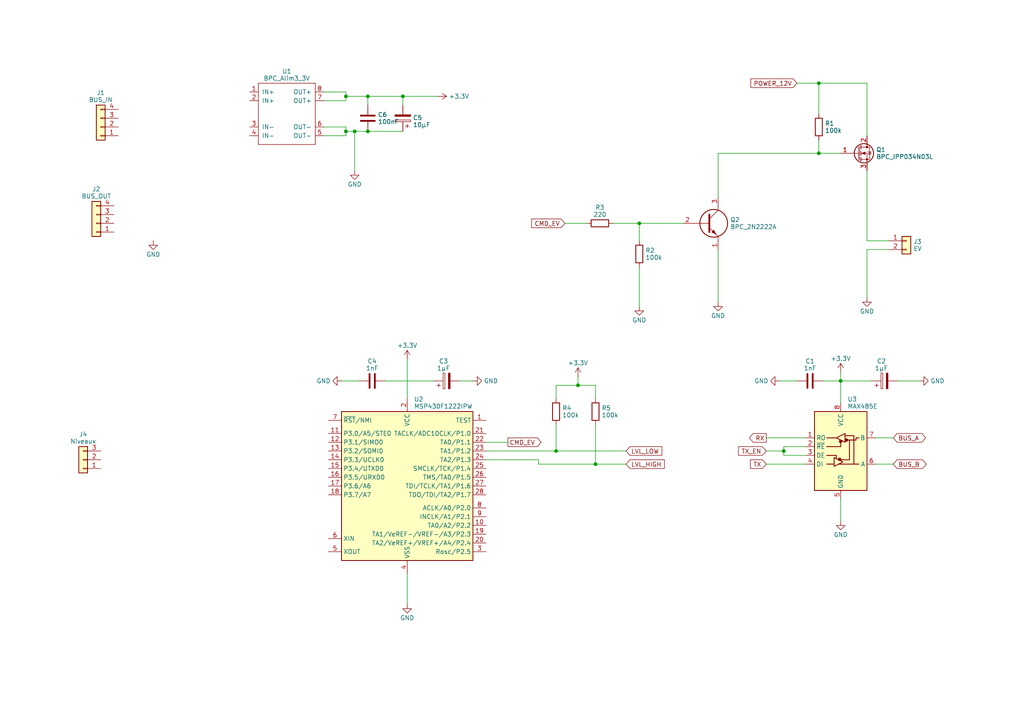
<source format=kicad_sch>
(kicad_sch (version 20230121) (generator eeschema)
  (paper "A4")
  (lib_symbols
    (symbol "Connector_Generic:Conn_01x02" (pin_names (offset 1.016) hide)
      (property "Reference" "J" (at 0 2.54 0))
      (property "Value" "Conn_01x02" (at 0 -5.08 0))
      (symbol "Conn_01x02_1_1"
        (rectangle (start -1.27 -2.413) (end 0 -2.667) (stroke (width 0.1524)))
        (rectangle (start -1.27 0.127) (end 0 -0.127) (stroke (width 0.1524)))
        (rectangle (start -1.27 1.27) (end 1.27 -3.81) (stroke (width 0.254)) (fill (type background)))
        (pin passive line (at -5.08 0 0) (length 3.81) (name "Pin_1") (number "1"))
        (pin passive line (at -5.08 -2.54 0) (length 3.81) (name "Pin_2") (number "2"))
      )
    )
    (symbol "Connector_Generic:Conn_01x03" (pin_names (offset 1.016) hide)
      (property "Reference" "J" (at 0 5.08 0))
      (property "Value" "Conn_01x03" (at 0 -5.08 0))
      (symbol "Conn_01x03_1_1"
        (rectangle (start -1.27 -2.413) (end 0 -2.667) (stroke (width 0.1524)))
        (rectangle (start -1.27 0.127) (end 0 -0.127) (stroke (width 0.1524)))
        (rectangle (start -1.27 2.667) (end 0 2.413) (stroke (width 0.1524)))
        (rectangle (start -1.27 3.81) (end 1.27 -3.81) (stroke (width 0.254)) (fill (type background)))
        (pin passive line (at -5.08 2.54 0) (length 3.81) (name "Pin_1") (number "1"))
        (pin passive line (at -5.08 0 0) (length 3.81) (name "Pin_2") (number "2"))
        (pin passive line (at -5.08 -2.54 0) (length 3.81) (name "Pin_3") (number "3"))
      )
    )
    (symbol "Connector_Generic:Conn_01x04" (pin_names (offset 1.016) hide)
      (property "Reference" "J" (at 0 5.08 0))
      (property "Value" "Conn_01x04" (at 0 -7.62 0))
      (symbol "Conn_01x04_1_1"
        (rectangle (start -1.27 -4.953) (end 0 -5.207) (stroke (width 0.1524)))
        (rectangle (start -1.27 -2.413) (end 0 -2.667) (stroke (width 0.1524)))
        (rectangle (start -1.27 0.127) (end 0 -0.127) (stroke (width 0.1524)))
        (rectangle (start -1.27 2.667) (end 0 2.413) (stroke (width 0.1524)))
        (rectangle (start -1.27 3.81) (end 1.27 -6.35) (stroke (width 0.254)) (fill (type background)))
        (pin passive line (at -5.08 2.54 0) (length 3.81) (name "Pin_1") (number "1"))
        (pin passive line (at -5.08 0 0) (length 3.81) (name "Pin_2") (number "2"))
        (pin passive line (at -5.08 -2.54 0) (length 3.81) (name "Pin_3") (number "3"))
        (pin passive line (at -5.08 -5.08 0) (length 3.81) (name "Pin_4") (number "4"))
      )
    )
    (symbol "Device:C" (pin_numbers hide) (pin_names (offset 0.254))
      (property "Reference" "C" (at 0.635 2.54 0))
      (property "Value" "C" (at 0.635 -2.54 0))
      (symbol "C_0_1"
        (polyline (pts (xy -2.032 -0.762) (xy 2.032 -0.762)) (stroke (width 0.508)))
        (polyline (pts (xy -2.032 0.762) (xy 2.032 0.762)) (stroke (width 0.508)))
      )
      (symbol "C_1_1"
        (pin passive line (at 0 3.81 270) (length 2.794) (name "~") (number "1"))
        (pin passive line (at 0 -3.81 90) (length 2.794) (name "~") (number "2"))
      )
    )
    (symbol "Device:C_Polarized" (pin_numbers hide) (pin_names (offset 0.254))
      (property "Reference" "C" (at 0.635 2.54 0))
      (property "Value" "C_Polarized" (at 0.635 -2.54 0))
      (symbol "C_Polarized_0_1"
        (rectangle (start -2.286 0.508) (end 2.286 1.016))
        (polyline (pts (xy -1.778 2.286) (xy -0.762 2.286)))
        (polyline (pts (xy -1.27 2.794) (xy -1.27 1.778)))
        (rectangle (start 2.286 -0.508) (end -2.286 -1.016) (fill (type outline)))
      )
      (symbol "C_Polarized_1_1"
        (pin passive line (at 0 3.81 270) (length 2.794) (name "~") (number "1"))
        (pin passive line (at 0 -3.81 90) (length 2.794) (name "~") (number "2"))
      )
    )
    (symbol "Device:R" (pin_numbers hide) (pin_names (offset 0))
      (property "Reference" "R" (at 2.032 0 90))
      (property "Value" "R" (at 0 0 90))
      (symbol "R_0_1"
        (rectangle (start -1.016 -2.54) (end 1.016 2.54) (stroke (width 0.254)))
      )
      (symbol "R_1_1"
        (pin passive line (at 0 3.81 270) (length 1.27) (name "~") (number "1"))
        (pin passive line (at 0 -3.81 90) (length 1.27) (name "~") (number "2"))
      )
    )
    (symbol "Interface_UART:MAX485E"
      (property "Reference" "U" (at -6.096 11.43 0))
      (property "Value" "MAX485E" (at 0.762 11.43 0))
      (symbol "MAX485E_0_1"
        (rectangle (start -7.62 10.16) (end 7.62 -12.7) (stroke (width 0.254)) (fill (type background)))
        (circle (center -0.3048 -3.683) (radius 0.3556) (stroke (width 0.254)) (fill (type outline)))
        (circle (center -0.0254 1.4986) (radius 0.3556) (stroke (width 0.254)) (fill (type outline)))
        (polyline (pts (xy -4.064 -5.08) (xy -1.905 -5.08)) (stroke (width 0.254)))
        (polyline (pts (xy -4.064 2.54) (xy -1.27 2.54)) (stroke (width 0.254)))
        (polyline (pts (xy -1.27 -3.2004) (xy -1.27 -3.4544)) (stroke (width 0.254)))
        (polyline (pts (xy -0.635 -5.08) (xy 5.334 -5.08)) (stroke (width 0.254)))
        (polyline (pts (xy -4.064 -2.54) (xy -1.27 -2.54) (xy -1.27 -3.175)) (stroke (width 0.254)))
        (polyline (pts (xy 0 1.27) (xy 0 0) (xy -4.064 0)) (stroke (width 0.254)))
        (polyline (pts (xy 1.27 3.175) (xy 3.81 3.175) (xy 3.81 -5.08)) (stroke (width 0.254)))
        (polyline (pts (xy 2.54 1.905) (xy 2.54 -3.81) (xy 0 -3.81)) (stroke (width 0.254)))
        (polyline (pts (xy -1.905 -3.175) (xy -1.905 -5.715) (xy 0.635 -4.445) (xy -1.905 -3.175)) (stroke (width 0.254)))
        (polyline (pts (xy -1.27 2.54) (xy 1.27 3.81) (xy 1.27 1.27) (xy -1.27 2.54)) (stroke (width 0.254)))
        (polyline (pts (xy 1.905 1.905) (xy 4.445 1.905) (xy 4.445 2.54) (xy 5.334 2.54)) (stroke (width 0.254)))
        (rectangle (start 1.27 3.175) (end 1.27 3.175))
        (circle (center 1.651 1.905) (radius 0.3556) (stroke (width 0.254)) (fill (type outline)))
      )
      (symbol "MAX485E_1_1"
        (pin output line (at -10.16 2.54 0) (length 2.54) (name "RO") (number "1"))
        (pin input line (at -10.16 0 0) (length 2.54) (name "~{RE}") (number "2"))
        (pin input line (at -10.16 -2.54 0) (length 2.54) (name "DE") (number "3"))
        (pin input line (at -10.16 -5.08 0) (length 2.54) (name "DI") (number "4"))
        (pin power_in line (at 0 -15.24 90) (length 2.54) (name "GND") (number "5"))
        (pin bidirectional line (at 10.16 -5.08 180) (length 2.54) (name "A") (number "6"))
        (pin bidirectional line (at 10.16 2.54 180) (length 2.54) (name "B") (number "7"))
        (pin power_in line (at 0 12.7 270) (length 2.54) (name "VCC") (number "8"))
      )
    )
    (symbol "MCU_Texas_MSP430:MSP430F1222IPW"
      (property "Reference" "U" (at -17.78 22.86 0))
      (property "Value" "MSP430F1222IPW" (at 12.7 -22.86 0))
      (symbol "MSP430F1222IPW_0_1"
        (rectangle (start -19.05 21.59) (end 19.05 -21.59) (stroke (width 0.254)) (fill (type background)))
      )
      (symbol "MSP430F1222IPW_1_1"
        (pin input line (at 22.86 19.05 180) (length 3.81) (name "TEST") (number "1"))
        (pin bidirectional line (at 22.86 -11.43 180) (length 3.81) (name "TA0/A2/P2.2") (number "10"))
        (pin bidirectional line (at -22.86 15.24 0) (length 3.81) (name "P3.0/A5/STE0") (number "11"))
        (pin bidirectional line (at -22.86 12.7 0) (length 3.81) (name "P3.1/SIMO0") (number "12"))
        (pin bidirectional line (at -22.86 10.16 0) (length 3.81) (name "P3.2/SOMI0") (number "13"))
        (pin bidirectional line (at -22.86 7.62 0) (length 3.81) (name "P3.3/UCLK0") (number "14"))
        (pin bidirectional line (at -22.86 5.08 0) (length 3.81) (name "P3.4/UTXD0") (number "15"))
        (pin bidirectional line (at -22.86 2.54 0) (length 3.81) (name "P3.5/URXD0") (number "16"))
        (pin bidirectional line (at -22.86 0 0) (length 3.81) (name "P3.6/A6") (number "17"))
        (pin bidirectional line (at -22.86 -2.54 0) (length 3.81) (name "P3.7/A7") (number "18"))
        (pin bidirectional line (at 22.86 -13.97 180) (length 3.81) (name "TA1/VeREF-/VREF-/A3/P2.3") (number "19"))
        (pin power_in line (at 0 25.4 270) (length 3.81) (name "VCC") (number "2"))
        (pin bidirectional line (at 22.86 -16.51 180) (length 3.81) (name "TA2/VeREF+/VREF+/A4/P2.4") (number "20"))
        (pin bidirectional line (at 22.86 15.24 180) (length 3.81) (name "TACLK/ADC10CLK/P1.0") (number "21"))
        (pin bidirectional line (at 22.86 12.7 180) (length 3.81) (name "TA0/P1.1") (number "22"))
        (pin bidirectional line (at 22.86 10.16 180) (length 3.81) (name "TA1/P1.2") (number "23"))
        (pin bidirectional line (at 22.86 7.62 180) (length 3.81) (name "TA2/P1.3") (number "24"))
        (pin bidirectional line (at 22.86 5.08 180) (length 3.81) (name "SMCLK/TCK/P1.4") (number "25"))
        (pin bidirectional line (at 22.86 2.54 180) (length 3.81) (name "TMS/TA0/P1.5") (number "26"))
        (pin bidirectional line (at 22.86 0 180) (length 3.81) (name "TDI/TCLK/TA1/P1.6") (number "27"))
        (pin bidirectional line (at 22.86 -2.54 180) (length 3.81) (name "TDO/TDI/TA2/P1.7") (number "28"))
        (pin bidirectional line (at 22.86 -19.05 180) (length 3.81) (name "Rosc/P2.5") (number "3"))
        (pin power_in line (at 0 -25.4 90) (length 3.81) (name "VSS") (number "4"))
        (pin output line (at -22.86 -19.05 0) (length 3.81) (name "XOUT") (number "5"))
        (pin input line (at -22.86 -15.24 0) (length 3.81) (name "XIN") (number "6"))
        (pin input line (at -22.86 19.05 0) (length 3.81) (name "~{RST}/NMI") (number "7"))
        (pin bidirectional line (at 22.86 -6.35 180) (length 3.81) (name "ACLK/A0/P2.0") (number "8"))
        (pin bidirectional line (at 22.86 -8.89 180) (length 3.81) (name "INCLK/A1/P2.1") (number "9"))
      )
    )
    (symbol "bpc:BPC_2N2222A" (pin_names (offset 0.762))
      (property "Reference" "Q" (at 13.97 1.27 0))
      (property "Value" "BPC_2N2222A" (at 13.97 -1.27 0))
      (symbol "BPC_2N2222A_0_0"
        (pin passive line (at 10.16 -7.62 90) (length 2.54) (name "~") (number "1"))
        (pin passive line (at 0 0 0) (length 2.54) (name "~") (number "2"))
        (pin passive line (at 10.16 7.62 270) (length 2.54) (name "~") (number "3"))
      )
      (symbol "BPC_2N2222A_0_1"
        (polyline (pts (xy 2.54 0) (xy 7.62 0)) (stroke (width 0.1524)))
        (polyline (pts (xy 7.62 -1.27) (xy 10.16 -3.81)) (stroke (width 0.1524)))
        (polyline (pts (xy 7.62 1.27) (xy 10.16 3.81)) (stroke (width 0.1524)))
        (polyline (pts (xy 7.62 2.54) (xy 7.62 -2.54)) (stroke (width 0.508)))
        (polyline (pts (xy 10.16 -3.81) (xy 10.16 -5.08)) (stroke (width 0.1524)))
        (polyline (pts (xy 10.16 3.81) (xy 10.16 5.08)) (stroke (width 0.1524)))
        (polyline (pts (xy 8.382 -2.54) (xy 8.89 -2.032) (xy 9.398 -3.048) (xy 8.382 -2.54)) (stroke (width 0.254)) (fill (type outline)))
        (circle (center 8.89 0) (radius 4.0132) (stroke (width 0.254)))
      )
    )
    (symbol "bpc:BPC_Alim3_3V" (pin_names (offset 1.016))
      (property "Reference" "U" (at 6.35 6.35 0))
      (property "Value" "BPC_Alim3_3V" (at 11.43 3.81 0))
      (symbol "BPC_Alim3_3V_0_1"
        (rectangle (start 0 2.54) (end 16.51 -15.24))
      )
      (symbol "BPC_Alim3_3V_1_1"
        (pin power_in line (at -2.54 0 0) (length 2.54) (name "IN+") (number "1"))
        (pin power_in line (at -2.54 -2.54 0) (length 2.54) (name "IN+") (number "2"))
        (pin power_in line (at -2.54 -10.16 0) (length 2.54) (name "IN-") (number "3"))
        (pin power_in line (at -2.54 -12.7 0) (length 2.54) (name "IN-") (number "4"))
        (pin power_out line (at 19.05 -12.7 180) (length 2.54) (name "OUT-") (number "5"))
        (pin passive line (at 19.05 -10.16 180) (length 2.54) (name "OUT-") (number "6"))
        (pin passive line (at 19.05 -2.54 180) (length 2.54) (name "OUT+") (number "7"))
        (pin power_out line (at 19.05 0 180) (length 2.54) (name "OUT+") (number "8"))
      )
    )
    (symbol "bpc:BPC_IPP034N03L" (pin_names (offset 0) hide)
      (property "Reference" "Q" (at 5.08 1.27 0))
      (property "Value" "BPC_IPP034N03L" (at 5.08 -1.27 0))
      (symbol "BPC_IPP034N03L_0_1"
        (polyline (pts (xy 0.254 0) (xy -2.54 0)))
        (polyline (pts (xy 0.254 1.905) (xy 0.254 -1.905)) (stroke (width 0.254)))
        (polyline (pts (xy 0.762 -1.27) (xy 0.762 -2.286)) (stroke (width 0.254)))
        (polyline (pts (xy 0.762 0.508) (xy 0.762 -0.508)) (stroke (width 0.254)))
        (polyline (pts (xy 0.762 2.286) (xy 0.762 1.27)) (stroke (width 0.254)))
        (polyline (pts (xy 2.54 2.54) (xy 2.54 1.778)))
        (polyline (pts (xy 2.54 -2.54) (xy 2.54 0) (xy 0.762 0)))
        (polyline (pts (xy 0.762 -1.778) (xy 3.302 -1.778) (xy 3.302 1.778) (xy 0.762 1.778)))
        (polyline (pts (xy 1.016 0) (xy 2.032 0.381) (xy 2.032 -0.381) (xy 1.016 0)) (fill (type outline)))
        (polyline (pts (xy 2.794 0.508) (xy 2.921 0.381) (xy 3.683 0.381) (xy 3.81 0.254)))
        (polyline (pts (xy 3.302 0.381) (xy 2.921 -0.254) (xy 3.683 -0.254) (xy 3.302 0.381)))
        (circle (center 1.651 0) (radius 2.794) (stroke (width 0.254)))
        (circle (center 2.54 -1.778) (radius 0.254) (fill (type outline)))
        (circle (center 2.54 1.778) (radius 0.254) (fill (type outline)))
      )
      (symbol "BPC_IPP034N03L_1_1"
        (pin input line (at -5.08 0 0) (length 2.54) (name "G") (number "1"))
        (pin passive line (at 2.54 5.08 270) (length 2.54) (name "D") (number "2"))
        (pin passive line (at 2.54 -5.08 90) (length 2.54) (name "S") (number "3"))
      )
    )
    (symbol "power:+3.3V" (power) (pin_names (offset 0))
      (property "Value" "+3.3V" (at 0 3.556 0))
      (symbol "+3.3V_0_1"
        (polyline (pts (xy -0.762 1.27) (xy 0 2.54)))
        (polyline (pts (xy 0 0) (xy 0 2.54)))
        (polyline (pts (xy 0 2.54) (xy 0.762 1.27)))
      )
      (symbol "+3.3V_1_1"
        (pin power_in line (at 0 0 90) (length 0) hide (name "+3.3V") (number "1"))
      )
    )
    (symbol "power:GND" (power) (pin_names (offset 0))
      (property "Value" "GND" (at 0 -3.81 0))
      (symbol "GND_0_1"
        (polyline (pts (xy 0 0) (xy 0 -1.27) (xy 1.27 -1.27) (xy 0 -2.54) (xy -1.27 -1.27) (xy 0 -1.27)))
      )
      (symbol "GND_1_1"
        (pin power_in line (at 0 0 270) (length 0) hide (name "GND") (number "1"))
      )
    )
  )
  (junction (at 227.33 130.81))
  (junction (at 237.49 24.13))
  (junction (at 100.33 38.1))
  (junction (at 237.49 44.45))
  (junction (at 102.87 38.1))
  (junction (at 161.29 130.81))
  (junction (at 167.64 111.76))
  (junction (at 243.84 110.49))
  (junction (at 106.68 27.94))
  (junction (at 106.68 38.1))
  (junction (at 116.84 27.94))
  (junction (at 100.33 27.94))
  (junction (at 185.42 64.77))
  (junction (at 172.72 134.62))
  (wire (pts (xy 163.83 64.77) (xy 170.18 64.77)))
  (wire (pts (xy 161.29 123.19) (xy 161.29 130.81)))
  (wire (pts (xy 161.29 130.81) (xy 181.61 130.81)))
  (wire (pts (xy 243.84 107.95) (xy 243.84 110.49)))
  (wire (pts (xy 243.84 110.49) (xy 252.73 110.49)))
  (wire (pts (xy 156.21 134.62) (xy 156.21 133.35)))
  (wire (pts (xy 251.46 72.39) (xy 251.46 86.36)))
  (wire (pts (xy 99.06 110.49) (xy 104.14 110.49)))
  (wire (pts (xy 254 134.62) (xy 259.08 134.62)))
  (wire (pts (xy 185.42 64.77) (xy 185.42 69.85)))
  (wire (pts (xy 106.68 27.94) (xy 116.84 27.94)))
  (wire (pts (xy 172.72 134.62) (xy 181.61 134.62)))
  (wire (pts (xy 243.84 144.78) (xy 243.84 151.13)))
  (wire (pts (xy 116.84 27.94) (xy 127 27.94)))
  (wire (pts (xy 172.72 123.19) (xy 172.72 134.62)))
  (wire (pts (xy 93.98 29.21) (xy 100.33 29.21)))
  (wire (pts (xy 227.33 132.08) (xy 233.68 132.08)))
  (wire (pts (xy 140.97 130.81) (xy 161.29 130.81)))
  (wire (pts (xy 222.25 134.62) (xy 233.68 134.62)))
  (wire (pts (xy 251.46 69.85) (xy 257.81 69.85)))
  (wire (pts (xy 251.46 49.53) (xy 251.46 69.85)))
  (wire (pts (xy 222.25 130.81) (xy 227.33 130.81)))
  (wire (pts (xy 226.06 110.49) (xy 231.14 110.49)))
  (wire (pts (xy 237.49 40.64) (xy 237.49 44.45)))
  (wire (pts (xy 116.84 27.94) (xy 116.84 30.48)))
  (wire (pts (xy 233.68 129.54) (xy 227.33 129.54)))
  (wire (pts (xy 208.28 72.39) (xy 208.28 87.63)))
  (wire (pts (xy 260.35 110.49) (xy 266.7 110.49)))
  (wire (pts (xy 185.42 77.47) (xy 185.42 88.9)))
  (wire (pts (xy 93.98 39.37) (xy 100.33 39.37)))
  (wire (pts (xy 251.46 24.13) (xy 251.46 39.37)))
  (wire (pts (xy 237.49 24.13) (xy 237.49 33.02)))
  (wire (pts (xy 156.21 134.62) (xy 172.72 134.62)))
  (wire (pts (xy 111.76 110.49) (xy 125.73 110.49)))
  (wire (pts (xy 118.11 166.37) (xy 118.11 175.26)))
  (wire (pts (xy 140.97 128.27) (xy 147.32 128.27)))
  (wire (pts (xy 100.33 36.83) (xy 100.33 38.1)))
  (wire (pts (xy 257.81 72.39) (xy 251.46 72.39)))
  (wire (pts (xy 227.33 129.54) (xy 227.33 130.81)))
  (wire (pts (xy 208.28 57.15) (xy 208.28 44.45)))
  (wire (pts (xy 106.68 27.94) (xy 106.68 30.48)))
  (wire (pts (xy 118.11 104.14) (xy 118.11 115.57)))
  (wire (pts (xy 93.98 26.67) (xy 100.33 26.67)))
  (wire (pts (xy 237.49 24.13) (xy 251.46 24.13)))
  (wire (pts (xy 100.33 27.94) (xy 100.33 29.21)))
  (wire (pts (xy 102.87 38.1) (xy 106.68 38.1)))
  (wire (pts (xy 156.21 133.35) (xy 140.97 133.35)))
  (wire (pts (xy 167.64 109.22) (xy 167.64 111.76)))
  (wire (pts (xy 208.28 44.45) (xy 237.49 44.45)))
  (wire (pts (xy 185.42 64.77) (xy 198.12 64.77)))
  (wire (pts (xy 172.72 111.76) (xy 172.72 115.57)))
  (wire (pts (xy 100.33 38.1) (xy 100.33 39.37)))
  (wire (pts (xy 227.33 130.81) (xy 227.33 132.08)))
  (wire (pts (xy 102.87 38.1) (xy 102.87 49.53)))
  (wire (pts (xy 100.33 27.94) (xy 106.68 27.94)))
  (wire (pts (xy 243.84 110.49) (xy 243.84 116.84)))
  (wire (pts (xy 177.8 64.77) (xy 185.42 64.77)))
  (wire (pts (xy 231.14 24.13) (xy 237.49 24.13)))
  (wire (pts (xy 106.68 38.1) (xy 116.84 38.1)))
  (wire (pts (xy 237.49 44.45) (xy 243.84 44.45)))
  (wire (pts (xy 93.98 36.83) (xy 100.33 36.83)))
  (wire (pts (xy 238.76 110.49) (xy 243.84 110.49)))
  (wire (pts (xy 100.33 26.67) (xy 100.33 27.94)))
  (wire (pts (xy 222.25 127) (xy 233.68 127)))
  (wire (pts (xy 161.29 111.76) (xy 167.64 111.76)))
  (wire (pts (xy 133.35 110.49) (xy 137.16 110.49)))
  (wire (pts (xy 161.29 115.57) (xy 161.29 111.76)))
  (wire (pts (xy 100.33 38.1) (xy 102.87 38.1)))
  (wire (pts (xy 167.64 111.76) (xy 172.72 111.76)))
  (wire (pts (xy 254 127) (xy 259.08 127)))
  (global_label "CMD_EV" (shape input) (at 163.83 64.77 180) (property "Intersheetrefs" "${INTERSHEET_REFS}" (effects hide)))
  (global_label "LVL_LOW" (shape input) (at 181.61 130.81 0) (property "Intersheetrefs" "${INTERSHEET_REFS}" (effects hide)))
  (global_label "TX_EN" (shape input) (at 222.25 130.81 180) (property "Intersheetrefs" "${INTERSHEET_REFS}" (effects hide)))
  (global_label "POWER_12V" (shape input) (at 231.14 24.13 180) (property "Intersheetrefs" "${INTERSHEET_REFS}" (effects hide)))
  (global_label "RX" (shape output) (at 222.25 127 180) (property "Intersheetrefs" "${INTERSHEET_REFS}" (effects hide)))
  (global_label "CMD_EV" (shape output) (at 147.32 128.27 0) (property "Intersheetrefs" "${INTERSHEET_REFS}" (effects hide)))
  (global_label "BUS_A" (shape tri_state) (at 259.08 127 0) (property "Intersheetrefs" "${INTERSHEET_REFS}" (effects hide)))
  (global_label "BUS_B" (shape tri_state) (at 259.08 134.62 0) (property "Intersheetrefs" "${INTERSHEET_REFS}" (effects hide)))
  (global_label "LVL_HIGH" (shape input) (at 181.61 134.62 0) (property "Intersheetrefs" "${INTERSHEET_REFS}" (effects hide)))
  (global_label "TX" (shape input) (at 222.25 134.62 180) (property "Intersheetrefs" "${INTERSHEET_REFS}" (effects hide)))
  (symbol (lib_id "power:GND") (at 251.46 86.36 0) (unit 1)
    (property "Reference" "#PWR03" (effects hide))
    (property "Value" "GND" (at 251.46 90.305 0))
  )
  (symbol (lib_id "Device:R") (at 173.99 64.77 90) (unit 1)
    (property "Reference" "R3" (at 173.99 60.174 90))
    (property "Value" "220" (at 173.99 62.222 90))
  )
  (symbol (lib_id "power:GND") (at 44.45 69.85 0) (unit 1)
    (property "Reference" "#PWR01" (effects hide))
    (property "Value" "GND" (at 44.45 73.795 0))
  )
  (symbol (lib_id "Connector_Generic:Conn_01x04") (at 29.21 36.83 180) (unit 1)
    (property "Reference" "J1" (at 29.21 26.9 0))
    (property "Value" "BUS_IN" (at 29.21 28.948 0))
  )
  (symbol (lib_id "Device:C_Polarized") (at 129.54 110.49 90) (unit 1)
    (property "Reference" "C3" (at 128.651 104.751 90))
    (property "Value" "1µF" (at 128.651 106.799 90))
  )
  (symbol (lib_id "power:GND") (at 137.16 110.49 90) (unit 1)
    (property "Reference" "#PWR012" (effects hide))
    (property "Value" "GND" (at 140.335 110.49 90) (effects (justify right)))
  )
  (symbol (lib_id "power:GND") (at 243.84 151.13 0) (unit 1)
    (property "Reference" "#PWR09" (effects hide))
    (property "Value" "GND" (at 243.84 155.075 0))
  )
  (symbol (lib_id "Interface_UART:MAX485E") (at 243.84 129.54 0) (unit 1)
    (property "Reference" "U3" (at 245.7959 115.8 0) (effects (justify left)))
    (property "Value" "MAX485E" (at 245.7959 117.848 0) (effects (justify left)))
    (property "Datasheet" "https://datasheets.maximintegrated.com/en/ds/MAX1487E-MAX491E.pdf" (effects hide))
  )
  (symbol (lib_id "power:GND") (at 226.06 110.49 270) (unit 1)
    (property "Reference" "#PWR011" (effects hide))
    (property "Value" "GND" (at 222.8851 110.49 90) (effects (justify right)))
  )
  (symbol (lib_id "power:+3.3V") (at 118.11 104.14 0) (unit 1)
    (property "Reference" "#PWR07" (effects hide))
    (property "Value" "+3.3V" (at 118.11 100.195 0))
  )
  (symbol (lib_id "Device:R") (at 237.49 36.83 0) (unit 1)
    (property "Reference" "R1" (at 239.268 35.806 0) (effects (justify left)))
    (property "Value" "100k" (at 239.268 37.854 0) (effects (justify left)))
  )
  (symbol (lib_id "bpc:BPC_Alim3_3V") (at 74.93 26.67 0) (unit 1)
    (property "Reference" "U1" (at 83.185 20.677 0))
    (property "Value" "BPC_Alim3_3V" (at 83.185 22.725 0))
    (property "Footprint" "bpc:BPC_Alim3_3V" (effects hide))
  )
  (symbol (lib_id "Device:C_Polarized") (at 256.54 110.49 90) (unit 1)
    (property "Reference" "C2" (at 255.651 104.751 90))
    (property "Value" "1µF" (at 255.651 106.799 90))
  )
  (symbol (lib_id "power:+3.3V") (at 167.64 109.22 0) (unit 1)
    (property "Reference" "#PWR015" (effects hide))
    (property "Value" "+3.3V" (at 167.64 105.275 0))
  )
  (symbol (lib_id "power:GND") (at 118.11 175.26 0) (unit 1)
    (property "Reference" "#PWR05" (effects hide))
    (property "Value" "GND" (at 118.11 179.205 0))
  )
  (symbol (lib_id "power:+3.3V") (at 127 27.94 270) (unit 1)
    (property "Reference" "#PWR06" (effects hide))
    (property "Value" "+3.3V" (at 130.175 27.94 90) (effects (justify left)))
  )
  (symbol (lib_id "Connector_Generic:Conn_01x03") (at 24.13 133.35 180) (unit 1)
    (property "Reference" "J4" (at 24.13 125.96 0))
    (property "Value" "Niveaux" (at 24.13 128.008 0))
  )
  (symbol (lib_id "Device:C") (at 107.95 110.49 270) (unit 1)
    (property "Reference" "C4" (at 107.95 104.751 90))
    (property "Value" "1nF" (at 107.95 106.799 90))
  )
  (symbol (lib_id "Device:C") (at 106.68 34.29 0) (unit 1)
    (property "Reference" "C6" (at 109.601 33.266 0) (effects (justify left)))
    (property "Value" "100nF" (at 109.601 35.314 0) (effects (justify left)))
  )
  (symbol (lib_id "power:+3.3V") (at 243.84 107.95 0) (unit 1)
    (property "Reference" "#PWR08" (effects hide))
    (property "Value" "+3.3V" (at 243.84 104.005 0))
  )
  (symbol (lib_id "Connector_Generic:Conn_01x02") (at 262.89 69.85 0) (unit 1)
    (property "Reference" "J3" (at 264.922 70.096 0) (effects (justify left)))
    (property "Value" "EV" (at 264.922 72.144 0) (effects (justify left)))
  )
  (symbol (lib_id "power:GND") (at 102.87 49.53 0) (unit 1)
    (property "Reference" "#PWR02" (effects hide))
    (property "Value" "GND" (at 102.87 53.475 0))
  )
  (symbol (lib_id "power:GND") (at 185.42 88.9 0) (unit 1)
    (property "Reference" "#PWR014" (effects hide))
    (property "Value" "GND" (at 185.42 92.845 0))
  )
  (symbol (lib_id "bpc:BPC_IPP034N03L") (at 248.92 44.45 0) (unit 1)
    (property "Reference" "Q1" (at 254.127 43.426 0) (effects (justify left)))
    (property "Value" "BPC_IPP034N03L" (at 254.127 45.474 0) (effects (justify left)))
    (property "Footprint" "Package_TO_SOT_THT:TO-220-3_Vertical" (effects hide))
  )
  (symbol (lib_id "power:GND") (at 99.06 110.49 270) (unit 1)
    (property "Reference" "#PWR013" (effects hide))
    (property "Value" "GND" (at 95.8851 110.49 90) (effects (justify right)))
  )
  (symbol (lib_id "Connector_Generic:Conn_01x04") (at 27.94 64.77 180) (unit 1)
    (property "Reference" "J2" (at 27.94 54.84 0))
    (property "Value" "BUS_OUT" (at 27.94 56.888 0))
  )
  (symbol (lib_id "power:GND") (at 266.7 110.49 90) (unit 1)
    (property "Reference" "#PWR010" (effects hide))
    (property "Value" "GND" (at 269.875 110.49 90) (effects (justify right)))
  )
  (symbol (lib_id "Device:R") (at 185.42 73.66 0) (unit 1)
    (property "Reference" "R2" (at 187.198 72.636 0) (effects (justify left)))
    (property "Value" "100k" (at 187.198 74.684 0) (effects (justify left)))
  )
  (symbol (lib_id "Device:R") (at 172.72 119.38 0) (unit 1)
    (property "Reference" "R5" (at 174.498 118.356 0) (effects (justify left)))
    (property "Value" "100k" (at 174.498 120.404 0) (effects (justify left)))
  )
  (symbol (lib_id "bpc:BPC_2N2222A") (at 198.12 64.77 0) (unit 1)
    (property "Reference" "Q2" (at 211.7852 63.746 0) (effects (justify left)))
    (property "Value" "BPC_2N2222A" (at 211.7852 65.794 0) (effects (justify left)))
    (property "Footprint" "Package_TO_SOT_THT:TO-18-3" (effects hide))
    (property "Datasheet" "https://www.arrow.com/en/products/2n2222a/microsemi" (effects hide))
    (property "Description" "Trans GP BJT NPN 50V 0.8A 3-Pin TO-18" (effects hide))
    (property "Manufacturer_Name" "Microsemi Corporation" (effects hide))
    (property "Manufacturer_Part_Number" "2N2222A" (effects hide))
    (property "Mouser Part Number" "494-2N2222A" (effects hide))
    (property "Mouser Price/Stock" "https://www.mouser.co.uk/ProductDetail/Microchip-Microsemi/2N2222A?qs=TXMzd3F6EylR6f6YErRW3Q%3D%3D" (effects hide))
    (property "Arrow Part Number" "2N2222A" (effects hide))
    (property "Arrow Price/Stock" "https://www.arrow.com/en/products/2n2222a/microsemi" (effects hide))
  )
  (symbol (lib_id "Device:C") (at 234.95 110.49 270) (unit 1)
    (property "Reference" "C1" (at 234.95 104.751 90))
    (property "Value" "1nF" (at 234.95 106.799 90))
  )
  (symbol (lib_id "MCU_Texas_MSP430:MSP430F1222IPW") (at 118.11 140.97 0) (unit 1)
    (property "Reference" "U2" (at 120.0659 115.8 0) (effects (justify left)))
    (property "Value" "MSP430F1222IPW" (at 120.0659 117.848 0) (effects (justify left)))
    (property "Footprint" "Package_SO:TSSOP-28_4.4x9.7mm_P0.65mm" (effects hide))
    (property "Datasheet" "http://www.ti.com/lit/ds/symlink/msp430f1222.pdf" (effects hide))
  )
  (symbol (lib_id "power:GND") (at 208.28 87.63 0) (unit 1)
    (property "Reference" "#PWR04" (effects hide))
    (property "Value" "GND" (at 208.28 91.575 0))
  )
  (symbol (lib_id "Device:R") (at 161.29 119.38 0) (unit 1)
    (property "Reference" "R4" (at 163.068 118.356 0) (effects (justify left)))
    (property "Value" "100k" (at 163.068 120.404 0) (effects (justify left)))
  )
  (symbol (lib_id "Device:C_Polarized") (at 116.84 34.29 180) (unit 1)
    (property "Reference" "C5" (at 119.761 34.155 0) (effects (justify right)))
    (property "Value" "10µF" (at 119.761 36.203 0) (effects (justify right)))
  )
)
</source>
